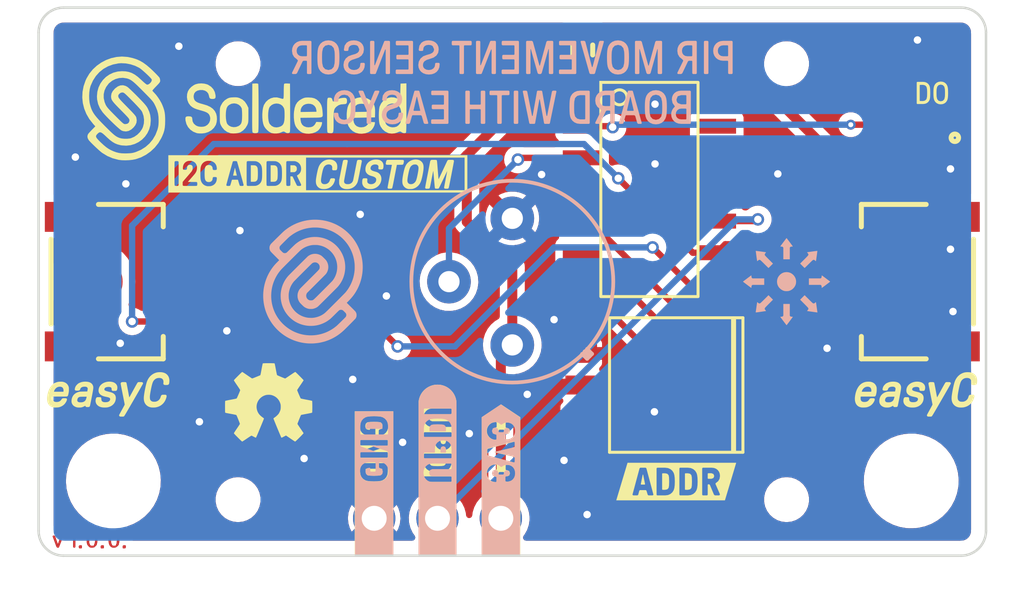
<source format=kicad_pcb>
(kicad_pcb (version 20211014) (generator pcbnew)
  (title_block (title "PIR Movement sensor board with easyC") (date "2022-07-05") (rev "V1.0.0.") (company "SOLDERED") (comment 1 "333179"))
  (layers (0 "F.Cu" signal) (31 "B.Cu" signal) (34 "B.Paste" user) (35 "F.Paste" user) (36 "B.SilkS" user "B.Silkscreen") (37 "F.SilkS" user "F.Silkscreen") (38 "B.Mask" user) (39 "F.Mask" user) (44 "Edge.Cuts" user))
  (net 0 "")
  (net 1 "GND")
  (net 2 "3V3")
  (net 3 "Net-(D1-Pad1)")
  (net 4 "SCL")
  (net 5 "SDA")
  (net 6 "UPDI")
  (net 7 "ADD1")
  (net 8 "ADD2")
  (net 9 "ADD3")
  (net 10 "D0")
  (net 11 "REL")
  (footprint "e-radionica.com footprinti:easyC-connector" (layer "F.Cu") (at 130.3 85 90)
    (fp_text reference "K3")
    (fp_text value "easyC-SMD")
    (pad "1" smd rect locked (at -1.5 2.15 90) (size 0.6 1.55) (layers "F.Cu" "F.Paste" "F.Mask") (net 4 "SCL"))
    (pad "2" smd rect locked (at -0.5 2.15 90) (size 0.6 1.55) (layers "F.Cu" "F.Paste" "F.Mask") (net 5 "SDA"))
    (pad "3" smd rect locked (at 0.5 2.15 90) (size 0.6 1.55) (layers "F.Cu" "F.Paste" "F.Mask") (net 2 "3V3"))
    (pad "4" smd rect locked (at 1.5 2.15 90) (size 0.6 1.55) (layers "F.Cu" "F.Paste" "F.Mask") (net 1 "GND"))
    (pad "5" smd rect locked (at -2.6 -2.15 90) (size 1.2 1.8) (layers "F.Cu" "F.Paste" "F.Mask") (net 1 "GND"))
    (pad "5" smd rect locked (at 2.6 -2.15 90) (size 1.2 1.8) (layers "F.Cu" "F.Paste" "F.Mask") (net 1 "GND"))
  )
  (footprint "kibuzzard-62C40D9C" (layer "F.Cu") (at 152.575 93.025)
    (fp_text reference "kibuzzard-62C40D9C" hide)
    (fp_text value "G***" hide)
  )
  (footprint "e-radionica.com footprinti:SOIC-14" (layer "F.Cu") (at 151.5 81.3)
    (fp_text reference "U3")
    (fp_text value "ATTINY404-SSNR")
    (pad "1" smd rect (at -2.7 -3.81) (size 1.55 0.6) (layers "F.Cu" "F.Paste" "F.Mask") (net 2 "3V3"))
    (pad "2" smd rect (at -2.7 -2.54) (size 1.55 0.6) (layers "F.Cu" "F.Paste" "F.Mask") (net 10 "D0"))
    (pad "3" smd rect (at -2.7 -1.27) (size 1.55 0.6) (layers "F.Cu" "F.Paste" "F.Mask") (net 11 "REL"))
    (pad "4" smd rect (at -2.7 0) (size 1.55 0.6) (layers "F.Cu" "F.Paste" "F.Mask"))
    (pad "5" smd rect (at -2.7 1.27) (size 1.55 0.6) (layers "F.Cu" "F.Paste" "F.Mask") (net 9 "ADD3"))
    (pad "6" smd rect (at -2.7 2.54) (size 1.55 0.6) (layers "F.Cu" "F.Paste" "F.Mask") (net 8 "ADD2"))
    (pad "7" smd rect (at -2.7 3.81) (size 1.55 0.6) (layers "F.Cu" "F.Paste" "F.Mask") (net 7 "ADD1"))
    (pad "8" smd rect (at 2.7 3.81) (size 1.55 0.6) (layers "F.Cu" "F.Paste" "F.Mask") (net 5 "SDA"))
    (pad "9" smd rect (at 2.7 2.54) (size 1.55 0.6) (layers "F.Cu" "F.Paste" "F.Mask") (net 4 "SCL"))
    (pad "10" smd rect (at 2.7 1.27) (size 1.55 0.6) (layers "F.Cu" "F.Paste" "F.Mask") (net 6 "UPDI"))
    (pad "11" smd rect (at 2.7 0) (size 1.55 0.6) (layers "F.Cu" "F.Paste" "F.Mask"))
    (pad "12" smd rect (at 2.7 -1.27) (size 1.55 0.6) (layers "F.Cu" "F.Paste" "F.Mask"))
    (pad "13" smd rect (at 2.7 -2.54) (size 1.55 0.6) (layers "F.Cu" "F.Paste" "F.Mask"))
    (pad "14" smd rect (at 2.7 -3.81) (size 1.55 0.6) (layers "F.Cu" "F.Paste" "F.Mask") (net 1 "GND"))
  )
  (footprint "e-radionica.com footprinti:HEADER-UPDI" (layer "F.Cu") (at 143 94.5 180)
    (fp_text reference "K2")
    (fp_text value "HEADER-UPDI")
    (pad "1" thru_hole circle locked (at -2.54 0 180) (size 1.7 1.7) (drill 1) (layers *.Cu *.Mask) (net 2 "3V3"))
    (pad "2" thru_hole circle locked (at 0 0 180) (size 1.7 1.7) (drill 1) (layers *.Cu *.Mask) (net 6 "UPDI"))
    (pad "3" thru_hole circle locked (at 2.54 0 180) (size 1.7 1.7) (drill 1) (layers *.Cu *.Mask) (net 1 "GND"))
  )
  (footprint "" (layer "F.Cu") (at 157 93.75)
    (fp_text reference "HOLE_L1" hide)
    (fp_text value "" hide)
    (pad "" np_thru_hole circle locked (at 0 0) (size 1.2 1.2) (drill 1.2) (layers F&B.Cu *.Mask))
  )
  (footprint "kibuzzard-62C40D63" (layer "F.Cu") (at 162.85 77.425)
    (fp_text reference "kibuzzard-62C40D63" hide)
    (fp_text value "G***" hide)
  )
  (footprint "kibuzzard-62C40EA9" (layer "F.Cu") (at 140.45 93.1 -90)
    (fp_text reference "kibuzzard-62C40EA9" hide)
    (fp_text value "G***" hide)
  )
  (footprint "" (layer "F.Cu") (at 157 76.25)
    (fp_text reference "HOLE_L1" hide)
    (fp_text value "" hide)
    (pad "" np_thru_hole circle locked (at 0 0) (size 1.2 1.2) (drill 1.2) (layers F&B.Cu *.Mask))
  )
  (footprint "e-radionica.com footprinti:0402LED" (layer "F.Cu") (at 162.85 78.625)
    (fp_text reference "D1")
    (fp_text value "Purple")
    (pad "1" smd rect locked (at -0.55 0 90) (size 0.75 0.45) (layers "F.Cu" "F.Paste" "F.Mask") (net 3 "Net-(D1-Pad1)"))
    (pad "2" smd rect locked (at 0.55 0 90) (size 0.75 0.45) (layers "F.Cu" "F.Paste" "F.Mask") (net 1 "GND"))
  )
  (footprint "e-radionica.com footprinti:HOLE_3.2mm" (layer "F.Cu") (at 130 93)
    (fp_text reference "H1" hide)
    (fp_text value "HOLE_3.2mm" hide)
    (pad "" np_thru_hole circle locked (at 0 0) (size 3.2 3.2) (drill 3.2) (layers F&B.Cu *.Mask))
  )
  (footprint "TAVU GRAPHICS:Version1.0.0." (layer "F.Cu") (at 129.075 95.325)
    (fp_text reference "Ref**" hide)
    (fp_text value "Val**" hide)
    (fp_poly (pts (xy -1.33 0.35) (xy -1.27 0.35) (xy -1.25 0.31) (xy -1.09 -0.1) (xy -1.11 -0.13) (xy -1.16 -0.13) (xy -1.19 -0.1) (xy -1.28 0.16) (xy -1.3 0.21) (xy -1.32 0.17) (xy -1.41 -0.09) (xy -1.44 -0.13) (xy -1.49 -0.13) (xy -1.51 -0.1) (xy -1.36 0.31) (xy -1.33 0.35)) (layer "F.Cu") (width 0.01) (fill solid))
    (fp_poly (pts (xy 0.06 0.35) (xy 0.11 0.35) (xy 0.17 0.33) (xy 0.13 0.28) (xy 0.03 0.28) (xy -0.01 0.25) (xy -0.03 0.2) (xy -0.05 0.15) (xy -0.05 0.11) (xy -0.05 -0.01) (xy -0.05 -0.13) (xy -0.05 -0.17) (xy -0.03 -0.22) (xy -0.01 -0.27) (xy 0.02 -0.3) (xy 0.13 -0.3) (xy 0.16 -0.26) (xy 0.18 -0.21) (xy 0.18 -0.15) (xy 0.19 -0.05) (xy 0.19 0.08) (xy 0.19 0.12) (xy 0.18 0.17) (xy 0.16 0.22) (xy 0.14 0.27) (xy 0.14 0.28) (xy 0.17 0.32) (xy 0.21 0.29) (xy 0.24 0.26) (xy 0.26 0.22) (xy 0.27 0.16) (xy 0.28 0.11) (xy 0.28 0.06) (xy 0.28 -0.06) (xy 0.28 -0.12) (xy 0.27 -0.17) (xy 0.26 -0.22) (xy 0.25 -0.27) (xy 0.22 -0.3) (xy 0.19 -0.34) (xy 0.13 -0.37) (xy 0.08 -0.38) (xy 0.02 -0.38) (xy -0.03 -0.35) (xy -0.08 -0.31) (xy -0.1 -0.28) (xy -0.12 -0.23) (xy -0.14 -0.18) (xy -0.14 -0.13) (xy -0.15 -0.08) (xy -0.15 0.04) (xy -0.14 0.1) (xy -0.14 0.14) (xy -0.13 0.2) (xy -0.11 0.25) (xy -0.08 0.28) (xy -0.05 0.32) (xy 0.01 0.35) (xy 0.06 0.35)) (layer "F.Cu") (width 0.01) (fill solid))
    (fp_poly (pts (xy 0.43 0.38) (xy 0.48 0.38) (xy 0.54 0.37) (xy 0.54 0.33) (xy 0.54 0.27) (xy 0.5 0.26) (xy 0.45 0.26) (xy 0.42 0.29) (xy 0.42 0.34) (xy 0.43 0.38)) (layer "F.Cu") (width 0.01) (fill solid))
    (fp_poly (pts (xy -0.67 0.35) (xy -0.62 0.35) (xy -0.6 0.31) (xy -0.6 -0.35) (xy -0.64 -0.38) (xy -0.69 -0.38) (xy -0.73 -0.34) (xy -0.84 -0.22) (xy -0.86 -0.17) (xy -0.83 -0.16) (xy -0.73 -0.22) (xy -0.69 -0.23) (xy -0.69 0.31) (xy -0.67 0.35)) (layer "F.Cu") (width 0.01) (fill solid))
    (fp_poly (pts (xy 1.31 0.38) (xy 1.36 0.38) (xy 1.41 0.37) (xy 1.42 0.33) (xy 1.42 0.27) (xy 1.38 0.26) (xy 1.33 0.26) (xy 1.3 0.29) (xy 1.3 0.34) (xy 1.31 0.38)) (layer "F.Cu") (width 0.01) (fill solid))
    (fp_poly (pts (xy 0.93 0.35) (xy 0.99 0.35) (xy 1.04 0.33) (xy 1.01 0.28) (xy 0.91 0.28) (xy 0.87 0.25) (xy 0.85 0.2) (xy 0.83 0.15) (xy 0.83 0.11) (xy 0.82 -0.01) (xy 0.83 -0.13) (xy 0.83 -0.17) (xy 0.84 -0.22) (xy 0.87 -0.27) (xy 0.9 -0.3) (xy 1.01 -0.3) (xy 1.04 -0.26) (xy 1.05 -0.21) (xy 1.06 -0.15) (xy 1.07 -0.05) (xy 1.07 0.08) (xy 1.06 0.12) (xy 1.06 0.17) (xy 1.04 0.22) (xy 1.02 0.27) (xy 1.01 0.28) (xy 1.05 0.32) (xy 1.09 0.29) (xy 1.12 0.26) (xy 1.14 0.22) (xy 1.15 0.16) (xy 1.16 0.11) (xy 1.16 0.06) (xy 1.16 -0.06) (xy 1.16 -0.12) (xy 1.15 -0.17) (xy 1.14 -0.22) (xy 1.13 -0.27) (xy 1.1 -0.3) (xy 1.06 -0.34) (xy 1.01 -0.37) (xy 0.95 -0.38) (xy 0.9 -0.38) (xy 0.84 -0.35) (xy 0.8 -0.31) (xy 0.78 -0.28) (xy 0.75 -0.23) (xy 0.74 -0.18) (xy 0.74 -0.13) (xy 0.73 -0.08) (xy 0.73 0.04) (xy 0.73 0.1) (xy 0.74 0.14) (xy 0.75 0.2) (xy 0.77 0.25) (xy 0.79 0.28) (xy 0.83 0.32) (xy 0.89 0.35) (xy 0.93 0.35)) (layer "F.Cu") (width 0.01) (fill solid))
    (fp_poly (pts (xy -0.44 0.38) (xy -0.39 0.38) (xy -0.34 0.37) (xy -0.34 0.33) (xy -0.34 0.27) (xy -0.38 0.26) (xy -0.43 0.26) (xy -0.46 0.29) (xy -0.46 0.34) (xy -0.44 0.38)) (layer "F.Cu") (width 0.01) (fill solid))
  )
  (footprint "kibuzzard-62C40EBF" (layer "F.Cu") (at 143 92.575 -90)
    (fp_text reference "kibuzzard-62C40EBF" hide)
    (fp_text value "G***" hide)
  )
  (footprint "Soldered Graphics:Symbol-Front_I2C_ADDR_CUSTOM" (layer "F.Cu") (at 138.2 80.675)
    (fp_text reference "REF**" hide)
    (fp_text value "Symbol-Front_I2C_ADDR_CUSTOM" hide)
  )
  (footprint "e-radionica.com footprinti:DSHP03TS-S" (layer "F.Cu") (at 152.575 89.15 180)
    (fp_text reference "K4")
    (fp_text value "DSHP03TS-S")
    (pad "1" smd rect (at -3.81 -1.27 270) (size 0.76 1.27) (layers "F.Cu" "F.Paste" "F.Mask") (net 7 "ADD1"))
    (pad "2" smd rect (at 3.81 -1.27 270) (size 0.76 1.27) (layers "F.Cu" "F.Paste" "F.Mask") (net 1 "GND"))
    (pad "3" smd rect (at -3.81 0 270) (size 0.76 1.27) (layers "F.Cu" "F.Paste" "F.Mask") (net 8 "ADD2"))
    (pad "4" smd rect (at 3.81 0 270) (size 0.76 1.27) (layers "F.Cu" "F.Paste" "F.Mask") (net 1 "GND"))
    (pad "5" smd rect (at -3.81 1.27 270) (size 0.76 1.27) (layers "F.Cu" "F.Paste" "F.Mask") (net 9 "ADD3"))
    (pad "6" smd rect (at 3.81 1.27 270) (size 0.76 1.27) (layers "F.Cu" "F.Paste" "F.Mask") (net 1 "GND"))
  )
  (footprint "e-radionica.com footprinti:0603C" (layer "F.Cu") (at 148.825 75.7 90)
    (fp_text reference "C3")
    (fp_text value "100n")
    (pad "1" smd rect locked (at -0.73 0 90) (size 0.66 1) (layers "F.Cu" "F.Paste" "F.Mask") (net 2 "3V3"))
    (pad "2" smd rect locked (at 0.73 0 90) (size 0.66 1) (layers "F.Cu" "F.Paste" "F.Mask") (net 1 "GND"))
  )
  (footprint "e-radionica.com footprinti:FIDUCIAL_23" (layer "F.Cu") (at 129.27 85)
    (fp_text reference "FD1")
    (fp_text value "FIDUCIAL")
    (fp_circle (center 0 0) (end 1 0) (layer "F.Cu") (width 0.2) (fill none))
    (pad "1" smd circle (at 0 0) (size 1 1) (layers "F.Cu" "F.Paste" "F.Mask") (clearance 1.1))
  )
  (footprint "e-radionica.com footprinti:HOLE_3.2mm" (layer "F.Cu") (at 162 93)
    (fp_text reference "H2" hide)
    (fp_text value "HOLE_3.2mm" hide)
    (pad "" np_thru_hole circle locked (at 0 0) (size 3.2 3.2) (drill 3.2) (layers F&B.Cu *.Mask))
  )
  (footprint "" (layer "F.Cu") (at 135 76.25)
    (fp_text reference "HOLE_L1" hide)
    (fp_text value "" hide)
    (pad "" np_thru_hole circle locked (at 0 0) (size 1.2 1.2) (drill 1.2) (layers F&B.Cu *.Mask))
  )
  (footprint "" (layer "F.Cu") (at 135 93.75)
    (fp_text reference "HOLE_L1" hide)
    (fp_text value "" hide)
    (pad "" np_thru_hole circle locked (at 0 0) (size 1.2 1.2) (drill 1.2) (layers F&B.Cu *.Mask))
  )
  (footprint "TAVU GRAPHICS:Logo-Front-easyC-5mm" (layer "F.Cu") (at 162.2 89.5)
    (fp_text reference "G***" hide)
    (fp_text value "LOGO" hide)
  )
  (footprint "TAVU GRAPHICS:Logo-Front-easyC-5mm" (layer "F.Cu") (at 129.8 89.5)
    (fp_text reference "G***" hide)
    (fp_text value "LOGO" hide)
  )
  (footprint "e-radionica.com footprinti:0402R" (layer "F.Cu") (at 160.925 78.625)
    (fp_text reference "R1")
    (fp_text value "2k2")
    (pad "1" smd rect locked (at -0.5 0 90) (size 0.64 0.54) (layers "F.Cu" "F.Paste" "F.Mask") (net 10 "D0"))
    (pad "2" smd rect locked (at 0.5 0 90) (size 0.64 0.54) (layers "F.Cu" "F.Paste" "F.Mask") (net 3 "Net-(D1-Pad1)"))
  )
  (footprint "kibuzzard-62C40ED0" (layer "F.Cu") (at 145.55 92.975 -90)
    (fp_text reference "kibuzzard-62C40ED0" hide)
    (fp_text value "G***" hide)
  )
  (footprint "e-radionica.com footprinti:easyC-connector" (layer "F.Cu") (at 161.7 85 -90)
    (fp_text reference "K1")
    (fp_text value "easyC-SMD")
    (pad "1" smd rect locked (at -1.5 2.15 270) (size 0.6 1.55) (layers "F.Cu" "F.Paste" "F.Mask") (net 4 "SCL"))
    (pad "2" smd rect locked (at -0.5 2.15 270) (size 0.6 1.55) (layers "F.Cu" "F.Paste" "F.Mask") (net 5 "SDA"))
    (pad "3" smd rect locked (at 0.5 2.15 270) (size 0.6 1.55) (layers "F.Cu" "F.Paste" "F.Mask") (net 2 "3V3"))
    (pad "4" smd rect locked (at 1.5 2.15 270) (size 0.6 1.55) (layers "F.Cu" "F.Paste" "F.Mask") (net 1 "GND"))
    (pad "5" smd rect locked (at -2.6 -2.15 270) (size 1.2 1.8) (layers "F.Cu" "F.Paste" "F.Mask") (net 1 "GND"))
    (pad "5" smd rect locked (at 2.6 -2.15 270) (size 1.2 1.8) (layers "F.Cu" "F.Paste" "F.Mask") (net 1 "GND"))
  )
  (footprint "Soldered Graphics:Logo-Back-SolderedFULL-13mm" (layer "B.Cu") (at 135.25 78.05 180)
    (fp_text reference "REF**" hide)
    (fp_text value "Logo-Front-SolderedFULL-13mm" hide)
  )
  (footprint "Soldered Graphics:Logo-Front-Soldered-5mm" (layer "B.Cu") (at 138 85 180)
    (fp_text reference "G***" hide)
    (fp_text value "LOGO" hide)
  )
  (footprint "kibuzzard-62C40D0C" (layer "B.Cu") (at 146 78 180)
    (fp_text reference "kibuzzard-62C40D0C" hide)
    (fp_text value "G***" hide)
  )
  (footprint "kibuzzard-62C40BFA" (layer "B.Cu") (at 143 92.575 90)
    (fp_text reference "kibuzzard-62C40BFA" hide)
    (fp_text value "G***" hide)
  )
  (footprint "kibuzzard-62C40BE6" (layer "B.Cu") (at 140.46 93.1 90)
    (fp_text reference "kibuzzard-62C40BE6" hide)
    (fp_text value "G***" hide)
  )
  (footprint "kibuzzard-62C40CFA" (layer "B.Cu") (at 146 76 180)
    (fp_text reference "kibuzzard-62C40CFA" hide)
    (fp_text value "G***" hide)
  )
  (footprint "kibuzzard-62C40C0F" (layer "B.Cu") (at 145.54 92.975 90)
    (fp_text reference "kibuzzard-62C40C0F" hide)
    (fp_text value "G***" hide)
  )
  (footprint "Soldered Graphics:Symbol-Front-Movement" (layer "B.Cu") (at 157 85 180)
    (fp_text reference "G***" hide)
    (fp_text value "LOGO" hide)
  )
  (footprint "e-radionica.com footprinti:PIR_senzor" (layer "B.Cu") (at 146 85 90)
    (fp_text reference "U2")
    (fp_text value "AM312")
    (pad "1" thru_hole circle (at -2.54 0 90) (size 1.75 1.75) (drill 0.85) (layers *.Cu *.Mask) (net 2 "3V3"))
    (pad "2" thru_hole circle (at 0 -2.54 90) (size 1.75 1.75) (drill 0.85) (layers *.Cu *.Mask) (net 11 "REL"))
    (pad "3" thru_hole circle (at 2.54 0 90) (size 1.75 1.75) (drill 0.85) (layers *.Cu *.Mask) (net 1 "GND"))
  )
  (footprint "TAVU GRAPHICS:Logo-Back-OSH-3.5mm" (layer "B.Cu") (at 136.225 89.85 180)
    (fp_text reference "G***" hide)
    (fp_text value "LOGO" hide)
  )
  (gr_line (start 165 75) (end 165 95) (layer "Edge.Cuts") (width 0.1))
  (gr_arc (start 127 75) (mid 127.292893 74.292893) (end 128 74) (layer "Edge.Cuts") (width 0.1))
  (gr_arc (start 128 96) (mid 127.292893 95.707107) (end 127 95) (layer "Edge.Cuts") (width 0.1))
  (gr_arc (start 164 74) (mid 164.707107 74.292893) (end 165 75) (layer "Edge.Cuts") (width 0.1))
  (gr_line (start 127 95) (end 127 75) (layer "Edge.Cuts") (width 0.1))
  (gr_line (start 128 74) (end 164 74) (layer "Edge.Cuts") (width 0.1))
  (gr_line (start 164 96) (end 128 96) (layer "Edge.Cuts") (width 0.1))
  (gr_arc (start 165 95) (mid 164.707107 95.707107) (end 164 96) (layer "Edge.Cuts") (width 0.1))
  (via (at 144.275 91.1) (size 0.5) (drill 0.3) (layers "F.Cu" "B.Cu") (net 1))
  (via (at 140.95 85.575) (size 0.5) (drill 0.3) (layers "F.Cu" "B.Cu") (net 1))
  (via (at 139.6 88.925) (size 0.5) (drill 0.3) (layers "F.Cu" "B.Cu") (net 1))
  (via (at 141.6 91.45) (size 0.5) (drill 0.3) (layers "F.Cu" "B.Cu") (net 1))
  (via (at 134.55 86.975) (size 0.5) (drill 0.3) (layers "F.Cu" "B.Cu") (net 1))
  (via (at 132.625 75.55) (size 0.5) (drill 0.3) (layers "F.Cu" "B.Cu") (net 1))
  (via (at 163.575 80.475) (size 0.5) (drill 0.3) (layers "F.Cu" "B.Cu") (net 1))
  (via (at 146.6 89.525) (size 0.5) (drill 0.3) (layers "F.Cu" "B.Cu") (net 1))
  (via (at 149 94.35) (size 0.5) (drill 0.3) (layers "F.Cu" "B.Cu") (net 1))
  (via (at 151.7 90.225) (size 0.5) (drill 0.3) (layers "F.Cu" "B.Cu") (net 1))
  (via (at 151.725 80.275) (size 0.5) (drill 0.3) (layers "F.Cu" "B.Cu") (net 1))
  (via (at 130.275 87.475) (size 0.5) (drill 0.3) (layers "F.Cu" "B.Cu") (net 1))
  (via (at 147.175 80.7) (size 0.5) (drill 0.3) (layers "F.Cu" "B.Cu") (net 1))
  (via (at 151.725 77.875) (size 0.5) (drill 0.3) (layers "F.Cu" "B.Cu") (net 1))
  (via (at 139.9 82.3) (size 0.5) (drill 0.3) (layers "F.Cu" "B.Cu") (net 1))
  (via (at 162.25 75.3) (size 0.5) (drill 0.3) (layers "F.Cu" "B.Cu") (net 1))
  (via (at 163.675 86.2) (size 0.5) (drill 0.3) (layers "F.Cu" "B.Cu") (net 1))
  (via (at 148.075 92.175) (size 0.5) (drill 0.3) (layers "F.Cu" "B.Cu") (net 1))
  (via (at 156.65 80.675) (size 0.5) (drill 0.3) (layers "F.Cu" "B.Cu") (net 1))
  (via (at 128.475 80) (size 0.5) (drill 0.3) (layers "F.Cu" "B.Cu") (net 1))
  (via (at 158.625 87.675) (size 0.5) (drill 0.3) (layers "F.Cu" "B.Cu") (net 1))
  (via (at 137.65 92.1) (size 0.5) (drill 0.3) (layers "F.Cu" "B.Cu") (net 1))
  (via (at 135.075 82.95) (size 0.5) (drill 0.3) (layers "F.Cu" "B.Cu") (net 1))
  (via (at 133.45 90.625) (size 0.5) (drill 0.3) (layers "F.Cu" "B.Cu") (net 1))
  (via (at 130.5 81.075) (size 0.5) (drill 0.3) (layers "F.Cu" "B.Cu") (net 1))
  (via (at 147.675 86.525) (size 0.5) (drill 0.3) (layers "F.Cu" "B.Cu") (net 1))
  (via (at 163.575 83.7) (size 0.5) (drill 0.3) (layers "F.Cu" "B.Cu") (net 1))
  (segment (start 145.54 88) (end 146 87.54) (width 0.4) (layer "F.Cu") (net 2))
  (segment (start 159.55 85.5) (end 160.35 85.5) (width 0.4) (layer "F.Cu") (net 2))
  (segment (start 146 87.54) (end 146 84.425) (width 0.4) (layer "F.Cu") (net 2))
  (segment (start 144.175 79.925) (end 146.61 77.49) (width 0.4) (layer "F.Cu") (net 2))
  (segment (start 148.825 76.43) (end 148.825 77.465) (width 0.4) (layer "F.Cu") (net 2))
  (segment (start 132.45 84.5) (end 139.6 84.5) (width 0.4) (layer "F.Cu") (net 2))
  (segment (start 146.61 77.49) (end 148.8 77.49) (width 0.4) (layer "F.Cu") (net 2))
  (segment (start 161.175 84.675) (end 161.175 82.25) (width 0.4) (layer "F.Cu") (net 2))
  (segment (start 145.54 94.5) (end 145.54 88) (width 0.4) (layer "F.Cu") (net 2))
  (segment (start 139.6 84.5) (end 144.175 79.925) (width 0.4) (layer "F.Cu") (net 2))
  (segment (start 148.825 77.465) (end 148.8 77.49) (width 0.4) (layer "F.Cu") (net 2))
  (segment (start 146 84.425) (end 144.175 82.6) (width 0.4) (layer "F.Cu") (net 2))
  (segment (start 161.175 82.25) (end 155.355 76.43) (width 0.4) (layer "F.Cu") (net 2))
  (segment (start 155.355 76.43) (end 148.825 76.43) (width 0.4) (layer "F.Cu") (net 2))
  (segment (start 160.35 85.5) (end 161.175 84.675) (width 0.4) (layer "F.Cu") (net 2))
  (segment (start 144.175 82.6) (end 144.175 79.925) (width 0.4) (layer "F.Cu") (net 2))
  (segment (start 162.3 78.625) (end 161.425 78.625) (width 0.254) (layer "F.Cu") (net 3))
  (segment (start 132.35 86.6) (end 132.45 86.5) (width 0.254) (layer "F.Cu") (net 4))
  (segment (start 154.2 83.84) (end 153.24 83.84) (width 0.254) (layer "F.Cu") (net 4))
  (segment (start 159.55 83.5) (end 154.54 83.5) (width 0.254) (layer "F.Cu") (net 4))
  (segment (start 154.54 83.5) (end 154.2 83.84) (width 0.254) (layer "F.Cu") (net 4))
  (segment (start 130.75 86.6) (end 132.35 86.6) (width 0.254) (layer "F.Cu") (net 4))
  (segment (start 153.24 83.84) (end 150.25 80.85) (width 0.254) (layer "F.Cu") (net 4))
  (via (at 130.75 86.6) (size 0.5) (drill 0.3) (layers "F.Cu" "B.Cu") (net 4))
  (via (at 150.25 80.85) (size 0.5) (drill 0.3) (layers "F.Cu" "B.Cu") (net 4))
  (segment (start 130.75 82.75) (end 130.75 86.6) (width 0.254) (layer "B.Cu") (net 4))
  (segment (start 134.025 79.475) (end 130.9 82.6) (width 0.254) (layer "B.Cu") (net 4))
  (segment (start 139.375 79.475) (end 134.025 79.475) (width 0.254) (layer "B.Cu") (net 4))
  (segment (start 130.9 82.6) (end 130.75 82.75) (width 0.254) (layer "B.Cu") (net 4))
  (segment (start 148.875 79.475) (end 139.375 79.475) (width 0.254) (layer "B.Cu") (net 4))
  (segment (start 150.25 80.85) (end 148.875 79.475) (width 0.254) (layer "B.Cu") (net 4))
  (segment (start 159.55 84.5) (end 154.81 84.5) (width 0.254) (layer "F.Cu") (net 5))
  (segment (start 151.625 83.625) (end 153.11 85.11) (width 0.254) (layer "F.Cu") (net 5))
  (segment (start 139.3 85.5) (end 141.4 87.6) (width 0.254) (layer "F.Cu") (net 5))
  (segment (start 132.45 85.5) (end 139.3 85.5) (width 0.254) (layer "F.Cu") (net 5))
  (segment (start 154.81 84.5) (end 154.2 85.11) (width 0.254) (layer "F.Cu") (net 5))
  (segment (start 153.11 85.11) (end 154.2 85.11) (width 0.254) (layer "F.Cu") (net 5))
  (via (at 151.625 83.625) (size 0.5) (drill 0.3) (layers "F.Cu" "B.Cu") (net 5))
  (via (at 141.4 87.6) (size 0.5) (drill 0.3) (layers "F.Cu" "B.Cu") (net 5))
  (segment (start 147.65 83.65) (end 147.675 83.625) (width 0.254) (layer "B.Cu") (net 5))
  (segment (start 143.7 87.6) (end 147.65 83.65) (width 0.254) (layer "B.Cu") (net 5))
  (segment (start 147.675 83.625) (end 151.625 83.625) (width 0.254) (layer "B.Cu") (net 5))
  (segment (start 141.4 87.6) (end 143.7 87.6) (width 0.254) (layer "B.Cu") (net 5))
  (segment (start 154.2 82.57) (end 155.78 82.57) (width 0.254) (layer "F.Cu") (net 6))
  (segment (start 155.78 82.57) (end 155.85 82.5) (width 0.254) (layer "F.Cu") (net 6))
  (via (at 155.85 82.5) (size 0.5) (drill 0.3) (layers "F.Cu" "B.Cu") (net 6))
  (segment (start 155 82.5) (end 155.85 82.5) (width 0.254) (layer "B.Cu") (net 6))
  (segment (start 143 94.5) (end 155 82.5) (width 0.254) (layer "B.Cu") (net 6))
  (segment (start 154.11 90.42) (end 148.8 85.11) (width 0.254) (layer "F.Cu") (net 7))
  (segment (start 156.385 90.42) (end 154.11 90.42) (width 0.254) (layer "F.Cu") (net 7))
  (segment (start 149.112022 83.84) (end 148.8 83.84) (width 0.254) (layer "F.Cu") (net 8))
  (segment (start 154.422022 89.15) (end 149.112022 83.84) (width 0.254) (layer "F.Cu") (net 8))
  (segment (start 156.385 89.15) (end 154.422022 89.15) (width 0.254) (layer "F.Cu") (net 8))
  (segment (start 154.422022 87.88) (end 149.112022 82.57) (width 0.254) (layer "F.Cu") (net 9))
  (segment (start 156.385 87.88) (end 154.422022 87.88) (width 0.254) (layer "F.Cu") (net 9))
  (segment (start 149.112022 82.57) (end 148.8 82.57) (width 0.254) (layer "F.Cu") (net 9))
  (segment (start 148.8 78.76) (end 149.985 78.76) (width 0.254) (layer "F.Cu") (net 10))
  (segment (start 159.575 78.7) (end 160.35 78.7) (width 0.254) (layer "F.Cu") (net 10))
  (segment (start 160.35 78.7) (end 160.425 78.625) (width 0.254) (layer "F.Cu") (net 10))
  (segment (start 149.985 78.76) (end 150.025 78.8) (width 0.254) (layer "F.Cu") (net 10))
  (via (at 150.025 78.8) (size 0.5) (drill 0.3) (layers "F.Cu" "B.Cu") (net 10))
  (via (at 159.575 78.7) (size 0.4) (drill 0.2) (layers "F.Cu" "B.Cu") (net 10))
  (segment (start 150.125 78.7) (end 150.025 78.8) (width 0.254) (layer "B.Cu") (net 10))
  (segment (start 159.575 78.7) (end 150.125 78.7) (width 0.254) (layer "B.Cu") (net 10))
  (segment (start 146.295 80.03) (end 146.225 80.1) (width 0.254) (layer "F.Cu") (net 11))
  (segment (start 148.8 80.03) (end 146.295 80.03) (width 0.254) (layer "F.Cu") (net 11))
  (via (at 146.225 80.1) (size 0.5) (drill 0.3) (layers "F.Cu" "B.Cu") (net 11))
  (segment (start 143.46 82.865) (end 146.225 80.1) (width 0.254) (layer "B.Cu") (net 11))
  (segment (start 143.46 85) (end 143.46 82.865) (width 0.254) (layer "B.Cu") (net 11))
  (zone (net 1) (net_name "GND") (layers F&B.Cu) (connect_pads (clearance 0.3)) (min_thickness 0.254) (fill yes (thermal_gap 0.2) (thermal_bridge_width 0.508))
    (polygon (pts (xy 165 96) (xy 127 96) (xy 127 74) (xy 165 74)))
  )
)
</source>
